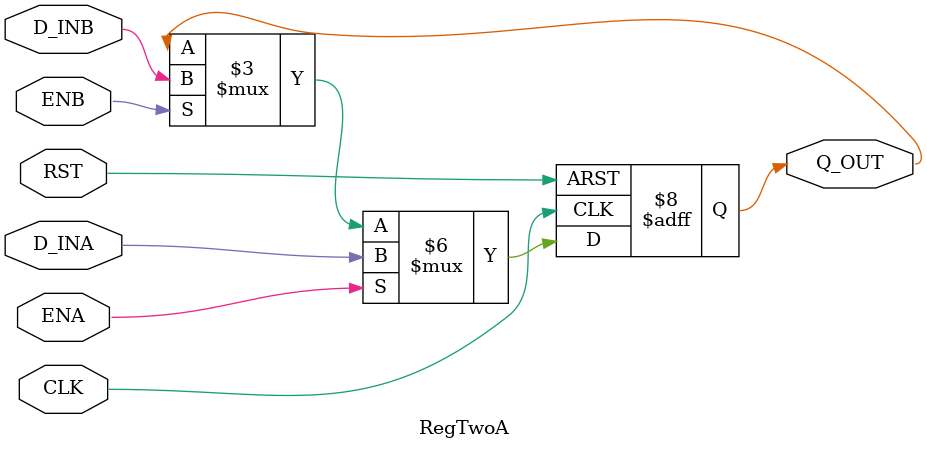
<source format=v>

`ifdef BSV_ASSIGNMENT_DELAY
`else
  `define BSV_ASSIGNMENT_DELAY
`endif

`ifdef BSV_POSITIVE_RESET
  `define BSV_RESET_VALUE 1'b1
  `define BSV_RESET_EDGE posedge
`else
  `define BSV_RESET_VALUE 1'b0
  `define BSV_RESET_EDGE negedge
`endif



module RegTwoA(CLK, RST, Q_OUT, D_INA, ENA, D_INB, ENB);
   parameter width = 1;
   parameter init  = { width {1'b0 }} ;


   input     CLK;
   input     RST;
   input     ENA ;
   input     ENB;
   input [width - 1 : 0] D_INA;
   input [width - 1 : 0] D_INB;

   output [width - 1 : 0] Q_OUT;
   reg [width - 1 : 0]    Q_OUT;

   always@(posedge CLK or `BSV_RESET_EDGE RST)
     begin
        if (RST == `BSV_RESET_VALUE)
          Q_OUT <= `BSV_ASSIGNMENT_DELAY init;
        else
          begin
             if (ENA)
               Q_OUT <= `BSV_ASSIGNMENT_DELAY D_INA;
             else if (ENB)
               Q_OUT <= `BSV_ASSIGNMENT_DELAY D_INB;
          end // else: !if(RST == `BSV_RESET_VALUE)
     end

`ifdef BSV_NO_INITIAL_BLOCKS
`else // not BSV_NO_INITIAL_BLOCKS
   // synopsys translate_off
   initial
     begin
        Q_OUT = {((width + 1)/2){2'b10}} ;
     end
   // synopsys translate_on
`endif // BSV_NO_INITIAL_BLOCKS

endmodule


</source>
